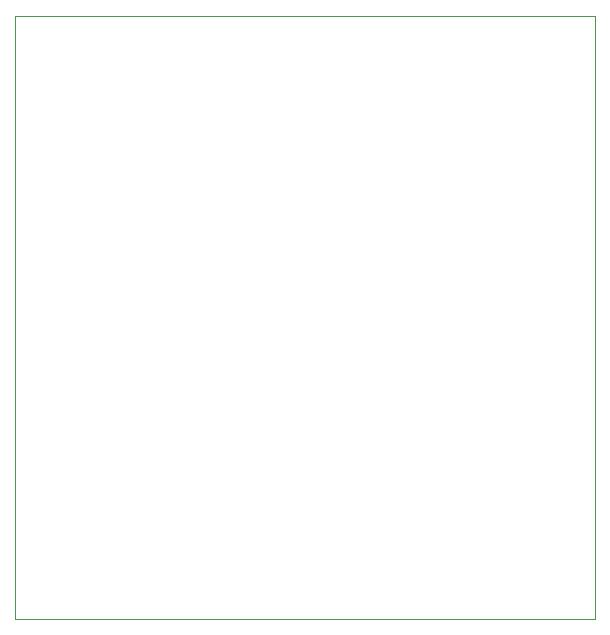
<source format=gm1>
G04 #@! TF.GenerationSoftware,KiCad,Pcbnew,6.0.7-f9a2dced07~116~ubuntu22.04.1*
G04 #@! TF.CreationDate,2022-09-20T02:39:39+03:00*
G04 #@! TF.ProjectId,double-electronic-load,646f7562-6c65-42d6-956c-656374726f6e,rev?*
G04 #@! TF.SameCoordinates,Original*
G04 #@! TF.FileFunction,Profile,NP*
%FSLAX46Y46*%
G04 Gerber Fmt 4.6, Leading zero omitted, Abs format (unit mm)*
G04 Created by KiCad (PCBNEW 6.0.7-f9a2dced07~116~ubuntu22.04.1) date 2022-09-20 02:39:39*
%MOMM*%
%LPD*%
G01*
G04 APERTURE LIST*
G04 #@! TA.AperFunction,Profile*
%ADD10C,0.100000*%
G04 #@! TD*
G04 APERTURE END LIST*
D10*
X74523600Y-45059600D02*
X123596400Y-45059600D01*
X123596400Y-45059600D02*
X123596400Y-96164400D01*
X123596400Y-96164400D02*
X74523600Y-96164400D01*
X74523600Y-96164400D02*
X74523600Y-45059600D01*
M02*

</source>
